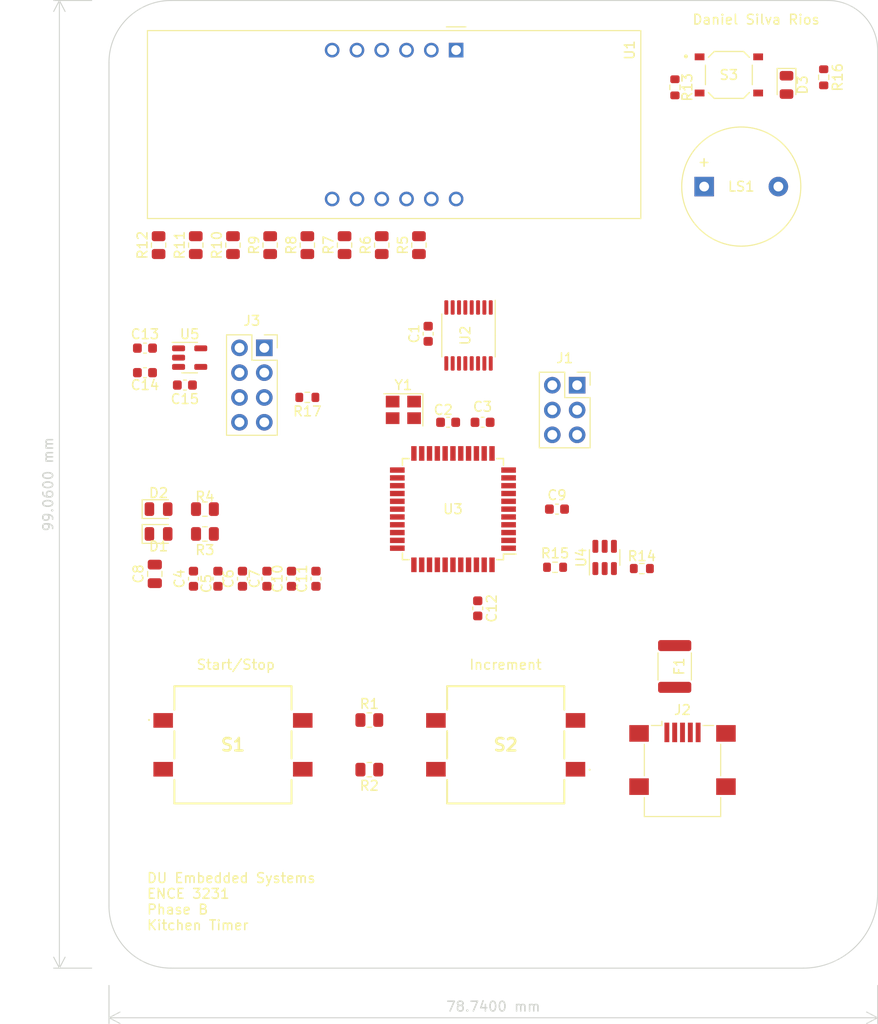
<source format=kicad_pcb>
(kicad_pcb (version 20221018) (generator pcbnew)
  (layers (0 "F.Cu" signal) (31 "B.Cu" signal) (34 "B.Paste" user) (35 "F.Paste" user) (36 "B.SilkS" user "B.Silkscreen") (37 "F.SilkS" user "F.Silkscreen") (38 "B.Mask" user) (39 "F.Mask" user) (44 "Edge.Cuts" user))
  (net 0 "")
  (net 1 "+5V")
  (net 2 "GND")
  (net 3 "XTAL1")
  (net 4 "XTAL2")
  (net 5 "/UCAP")
  (net 6 "/AREF")
  (net 7 "+3.3V")
  (net 8 "Net-(U5-BP)")
  (net 9 "Net-(D1-A)")
  (net 10 "Net-(D2-A)")
  (net 11 "Net-(D3-A)")
  (net 12 "Net-(J2-VBUS)")
  (net 13 "MISO")
  (net 14 "SCK")
  (net 15 "MOSI")
  (net 16 "RST")
  (net 17 "Net-(J2-D-)")
  (net 18 "Net-(J2-D+)")
  (net 21 "TX")
  (net 23 "Net-(J3-Pin_5)")
  (net 24 "RX")
  (net 25 "Buzzer")
  (net 26 "Button_1")
  (net 27 "Button_2")
  (net 28 "RED_LED")
  (net 29 "GREEN_LED")
  (net 30 "a")
  (net 31 "Net-(U1-a)")
  (net 32 "b")
  (net 33 "Net-(U1-b)")
  (net 34 "c")
  (net 35 "Net-(U1-c)")
  (net 36 "d")
  (net 37 "Net-(U1-d)")
  (net 38 "e")
  (net 39 "Net-(U1-e)")
  (net 40 "f")
  (net 41 "Net-(U1-f)")
  (net 42 "g")
  (net 43 "Net-(U1-g)")
  (net 44 "dp")
  (net 45 "Net-(U1-DPX)")
  (net 46 "USB_CONN_D+")
  (net 47 "USB_CONN_D-")
  (net 52 "Dig4")
  (net 53 "Dig3")
  (net 54 "Dig2")
  (net 55 "Dig1")
  (net 57 "SH_CP")
  (net 58 "ST_CP")
  (net 59 "DS")
  (net 60 "USB_D-")
  (net 61 "USB_D+")
  (footprint "Resistor_SMD:R_0805_2012Metric" (layer "F.Cu") (at 139.7 79.6525 90)
    (fp_text reference "R5" (at 0 -1.65 90) (layer "F.SilkS"))
    (fp_text value "100")
    (fp_line (start -0.227064 -0.735) (end 0.227064 -0.735) (stroke (width 0.12)) (layer "F.SilkS"))
    (fp_line (start -0.227064 0.735) (end 0.227064 0.735) (stroke (width 0.12)) (layer "F.SilkS"))
    (pad "1" smd roundrect (at -0.9125 0 90) (size 1.025 1.4) (layers "F.Cu" "F.Paste" "F.Mask") (roundrect_rratio 0.243902) (net 30 "a"))
    (pad "2" smd roundrect (at 0.9125 0 90) (size 1.025 1.4) (layers "F.Cu" "F.Paste" "F.Mask") (roundrect_rratio 0.243902) (net 31 "Net-(U1-a)"))
  )
  (footprint "Resistor_SMD:R_0603_1608Metric" (layer "F.Cu") (at 128.27 95.24 180)
    (fp_text reference "R17" (at 0 -1.43) (layer "F.SilkS"))
    (fp_text value "10k")
    (fp_line (start -0.237258 -0.5225) (end 0.237258 -0.5225) (stroke (width 0.12)) (layer "F.SilkS"))
    (fp_line (start -0.237258 0.5225) (end 0.237258 0.5225) (stroke (width 0.12)) (layer "F.SilkS"))
    (pad "1" smd roundrect (at -0.825 0 180) (size 0.8 0.95) (layers "F.Cu" "F.Paste" "F.Mask") (net 7 "+3.3V"))
    (pad "2" smd roundrect (at 0.825 0 180) (size 0.8 0.95) (layers "F.Cu" "F.Paste" "F.Mask") (net 23 "Net-(J3-Pin_5)"))
  )
  (footprint "Resistor_SMD:R_0805_2012Metric" (layer "F.Cu") (at 128.27 79.6525 90)
    (fp_text reference "R8" (at 0 -1.65 90) (layer "F.SilkS"))
    (fp_text value "100")
    (fp_line (start -0.227064 -0.735) (end 0.227064 -0.735) (stroke (width 0.12)) (layer "F.SilkS"))
    (fp_line (start -0.227064 0.735) (end 0.227064 0.735) (stroke (width 0.12)) (layer "F.SilkS"))
    (pad "1" smd roundrect (at -0.9125 0 90) (size 1.025 1.4) (layers "F.Cu" "F.Paste" "F.Mask") (roundrect_rratio 0.243902) (net 36 "d"))
    (pad "2" smd roundrect (at 0.9125 0 90) (size 1.025 1.4) (layers "F.Cu" "F.Paste" "F.Mask") (roundrect_rratio 0.243902) (net 37 "Net-(U1-d)"))
  )
  (footprint "Capacitor_SMD:C_0603_1608Metric" (layer "F.Cu") (at 111.635 90.2)
    (fp_text reference "C13" (at 0 -1.43) (layer "F.SilkS"))
    (fp_text value "1uF")
    (fp_line (start -0.14058 -0.51) (end 0.14058 -0.51) (stroke (width 0.12)) (layer "F.SilkS"))
    (fp_line (start -0.14058 0.51) (end 0.14058 0.51) (stroke (width 0.12)) (layer "F.SilkS"))
    (pad "1" smd roundrect (at -0.775 0) (size 0.9 0.95) (layers "F.Cu" "F.Paste" "F.Mask") (net 1 "+5V"))
    (pad "2" smd roundrect (at 0.775 0) (size 0.9 0.95) (layers "F.Cu" "F.Paste" "F.Mask") (net 2 "GND"))
  )
  (footprint "LED_SMD:LED_0805_2012Metric" (layer "F.Cu") (at 177.355 63.2525 -90)
    (fp_text reference "D3" (at 0 -1.65 90) (layer "F.SilkS"))
    (fp_text value "LED")
    (fp_line (start -1.685 -0.96) (end -1.685 0.96) (stroke (width 0.12)) (layer "F.SilkS"))
    (fp_line (start -1.685 0.96) (end 1 0.96) (stroke (width 0.12)) (layer "F.SilkS"))
    (fp_line (start 1 -0.96) (end -1.685 -0.96) (stroke (width 0.12)) (layer "F.SilkS"))
    (pad "1" smd roundrect (at -0.9375 0 270) (size 0.975 1.4) (layers "F.Cu" "F.Paste" "F.Mask") (net 2 "GND"))
    (pad "2" smd roundrect (at 0.9375 0 270) (size 0.975 1.4) (layers "F.Cu" "F.Paste" "F.Mask") (net 11 "Net-(D3-A)"))
  )
  (footprint "Connector_USB:USB_Mini-B_Lumberg_2486_01_Horizontal" (layer "F.Cu") (at 166.7 132.24)
    (fp_text reference "J2" (at 0 -5) (layer "F.SilkS"))
    (fp_text value "USB_B_Mini")
    (fp_line (start -3.91 1.74) (end -3.91 -1.49) (stroke (width 0.12)) (layer "F.SilkS"))
    (fp_line (start -3.91 5.91) (end -3.91 3.96) (stroke (width 0.12)) (layer "F.SilkS"))
    (fp_line (start -3.19 -3.41) (end -2.11 -3.41) (stroke (width 0.12)) (layer "F.SilkS"))
    (fp_line (start -2.11 -3.41) (end -2.11 -3.84) (stroke (width 0.12)) (layer "F.SilkS"))
    (fp_line (start 2.11 -3.41) (end 3.19 -3.41) (stroke (width 0.12)) (layer "F.SilkS"))
    (fp_line (start 3.91 1.74) (end 3.91 -1.49) (stroke (width 0.12)) (layer "F.SilkS"))
    (fp_line (start 3.91 5.91) (end -3.91 5.91) (stroke (width 0.12)) (layer "F.SilkS"))
    (fp_line (start 3.91 5.91) (end 3.91 3.96) (stroke (width 0.12)) (layer "F.SilkS"))
    (pad "" np_thru_hole circle (at -2.2 0) (size 1 1) (drill 1) (layers "*.Cu" "*.Mask"))
    (pad "" np_thru_hole circle (at 2.2 0) (size 1 1) (drill 1) (layers "*.Cu" "*.Mask"))
    (pad "1" smd rect (at -1.6 -2.7) (size 0.5 2) (layers "F.Cu" "F.Paste" "F.Mask") (net 12 "Net-(J2-VBUS)"))
    (pad "2" smd rect (at -0.8 -2.7) (size 0.5 2) (layers "F.Cu" "F.Paste" "F.Mask") (net 17 "Net-(J2-D-)"))
    (pad "3" smd rect (at 0 -2.7) (size 0.5 2) (layers "F.Cu" "F.Paste" "F.Mask") (net 18 "Net-(J2-D+)"))
    (pad "4" smd rect (at 0.8 -2.7) (size 0.5 2) (layers "F.Cu" "F.Paste" "F.Mask"))
    (pad "5" smd rect (at 1.6 -2.7) (size 0.5 2) (layers "F.Cu" "F.Paste" "F.Mask") (net 2 "GND"))
    (pad "6" smd rect (at -4.45 -2.6) (size 2 1.7) (layers "F.Cu" "F.Paste" "F.Mask"))
    (pad "6" smd rect (at -4.45 2.85) (size 2 1.7) (layers "F.Cu" "F.Paste" "F.Mask"))
    (pad "6" smd rect (at 4.45 -2.6) (size 2 1.7) (layers "F.Cu" "F.Paste" "F.Mask"))
    (pad "6" smd rect (at 4.45 2.85) (size 2 1.7) (layers "F.Cu" "F.Paste" "F.Mask"))
  )
  (footprint "Resistor_SMD:R_0805_2012Metric" (layer "F.Cu") (at 132.08 79.6525 90)
    (fp_text reference "R7" (at 0 -1.65 90) (layer "F.SilkS"))
    (fp_text value "100")
    (fp_line (start -0.227064 -0.735) (end 0.227064 -0.735) (stroke (width 0.12)) (layer "F.SilkS"))
    (fp_line (start -0.227064 0.735) (end 0.227064 0.735) (stroke (width 0.12)) (layer "F.SilkS"))
    (pad "1" smd roundrect (at -0.9125 0 90) (size 1.025 1.4) (layers "F.Cu" "F.Paste" "F.Mask") (roundrect_rratio 0.243902) (net 34 "c"))
    (pad "2" smd roundrect (at 0.9125 0 90) (size 1.025 1.4) (layers "F.Cu" "F.Paste" "F.Mask") (roundrect_rratio 0.243902) (net 35 "Net-(U1-c)"))
  )
  (footprint "Capacitor_SMD:C_0603_1608Metric" (layer "F.Cu") (at 119.1125 113.805 90)
    (fp_text reference "C5" (at -0.495 -1.18 90) (layer "F.SilkS"))
    (fp_text value "0.1uF")
    (fp_line (start -0.14058 -0.51) (end 0.14058 -0.51) (stroke (width 0.12)) (layer "F.SilkS"))
    (fp_line (start -0.14058 0.51) (end 0.14058 0.51) (stroke (width 0.12)) (layer "F.SilkS"))
    (pad "1" smd roundrect (at -0.775 0 90) (size 0.9 0.95) (layers "F.Cu" "F.Paste" "F.Mask") (net 1 "+5V"))
    (pad "2" smd roundrect (at 0.775 0 90) (size 0.9 0.95) (layers "F.Cu" "F.Paste" "F.Mask") (net 2 "GND"))
  )
  (footprint "LED_SMD:LED_0805_2012Metric" (layer "F.Cu") (at 113.03 106.68)
    (fp_text reference "D2" (at 0 -1.65) (layer "F.SilkS"))
    (fp_text value "LED")
    (fp_line (start -1.685 -0.96) (end -1.685 0.96) (stroke (width 0.12)) (layer "F.SilkS"))
    (fp_line (start -1.685 0.96) (end 1 0.96) (stroke (width 0.12)) (layer "F.SilkS"))
    (fp_line (start 1 -0.96) (end -1.685 -0.96) (stroke (width 0.12)) (layer "F.SilkS"))
    (pad "1" smd roundrect (at -0.9375 0) (size 0.975 1.4) (layers "F.Cu" "F.Paste" "F.Mask") (net 2 "GND"))
    (pad "2" smd roundrect (at 0.9375 0) (size 0.975 1.4) (layers "F.Cu" "F.Paste" "F.Mask") (net 10 "Net-(D2-A)"))
  )
  (footprint "Resistor_SMD:R_0805_2012Metric" (layer "F.Cu") (at 117.7775 109.22 180)
    (fp_text reference "R3" (at 0 -1.65) (layer "F.SilkS"))
    (fp_text value "330")
    (fp_line (start -0.227064 -0.735) (end 0.227064 -0.735) (stroke (width 0.12)) (layer "F.SilkS"))
    (fp_line (start -0.227064 0.735) (end 0.227064 0.735) (stroke (width 0.12)) (layer "F.SilkS"))
    (pad "1" smd roundrect (at -0.9125 0 180) (size 1.025 1.4) (layers "F.Cu" "F.Paste" "F.Mask") (roundrect_rratio 0.243902) (net 28 "RED_LED"))
    (pad "2" smd roundrect (at 0.9125 0 180) (size 1.025 1.4) (layers "F.Cu" "F.Paste" "F.Mask") (roundrect_rratio 0.243902) (net 9 "Net-(D1-A)"))
  )
  (footprint "Resistor_SMD:R_0805_2012Metric" (layer "F.Cu") (at 135.89 79.6525 90)
    (fp_text reference "R6" (at 0 -1.65 90) (layer "F.SilkS"))
    (fp_text value "100")
    (fp_line (start -0.227064 -0.735) (end 0.227064 -0.735) (stroke (width 0.12)) (layer "F.SilkS"))
    (fp_line (start -0.227064 0.735) (end 0.227064 0.735) (stroke (width 0.12)) (layer "F.SilkS"))
    (pad "1" smd roundrect (at -0.9125 0 90) (size 1.025 1.4) (layers "F.Cu" "F.Paste" "F.Mask") (roundrect_rratio 0.243902) (net 32 "b"))
    (pad "2" smd roundrect (at 0.9125 0 90) (size 1.025 1.4) (layers "F.Cu" "F.Paste" "F.Mask") (roundrect_rratio 0.243902) (net 33 "Net-(U1-b)"))
  )
  (footprint "Resistor_SMD:R_0603_1608Metric" (layer "F.Cu") (at 165.925 63.5 -90)
    (fp_text reference "R13" (at 0 -1.27 90) (layer "F.SilkS"))
    (fp_text value "10k")
    (fp_line (start -0.237258 -0.5225) (end 0.237258 -0.5225) (stroke (width 0.12)) (layer "F.SilkS"))
    (fp_line (start -0.237258 0.5225) (end 0.237258 0.5225) (stroke (width 0.12)) (layer "F.SilkS"))
    (pad "1" smd roundrect (at -0.825 0 270) (size 0.8 0.95) (layers "F.Cu" "F.Paste" "F.Mask") (net 1 "+5V"))
    (pad "2" smd roundrect (at 0.825 0 270) (size 0.8 0.95) (layers "F.Cu" "F.Paste" "F.Mask") (net 16 "RST"))
  )
  (footprint "Capacitor_SMD:C_0603_1608Metric" (layer "F.Cu") (at 142.69 97.79)
    (fp_text reference "C2" (at -0.495 -1.27) (layer "F.SilkS"))
    (fp_text value "22p")
    (fp_line (start -0.14058 -0.51) (end 0.14058 -0.51) (stroke (width 0.12)) (layer "F.SilkS"))
    (fp_line (start -0.14058 0.51) (end 0.14058 0.51) (stroke (width 0.12)) (layer "F.SilkS"))
    (pad "1" smd roundrect (at -0.775 0) (size 0.9 0.95) (layers "F.Cu" "F.Paste" "F.Mask") (net 2 "GND"))
    (pad "2" smd roundrect (at 0.775 0) (size 0.9 0.95) (layers "F.Cu" "F.Paste" "F.Mask") (net 3 "XTAL1"))
  )
  (footprint "Crystal:Crystal_SMD_Abracon_ABM8G-4Pin_3.2x2.5mm" (layer "F.Cu") (at 138.105 96.52 180)
    (fp_text reference "Y1" (at 0 2.54) (layer "F.SilkS"))
    (fp_text value "16MHz")
    (fp_line (start -2 -1.65) (end -2 1.65) (stroke (width 0.12)) (layer "F.SilkS"))
    (fp_line (start -2 1.65) (end 2 1.65) (stroke (width 0.12)) (layer "F.SilkS"))
    (pad "1" smd rect (at -1.1 0.85 180) (size 1.4 1.2) (layers "F.Cu" "F.Paste" "F.Mask") (net 3 "XTAL1"))
    (pad "2" smd rect (at 1.1 0.85 180) (size 1.4 1.2) (layers "F.Cu" "F.Paste" "F.Mask") (net 2 "GND"))
    (pad "3" smd rect (at 1.1 -0.85 180) (size 1.4 1.2) (layers "F.Cu" "F.Paste" "F.Mask") (net 4 "XTAL2"))
    (pad "4" smd rect (at -1.1 -0.85 180) (size 1.4 1.2) (layers "F.Cu" "F.Paste" "F.Mask") (net 2 "GND"))
  )
  (footprint "Capacitor_SMD:C_0603_1608Metric" (layer "F.Cu") (at 145.725 116.84 -90)
    (fp_text reference "C12" (at 0 -1.43 90) (layer "F.SilkS"))
    (fp_text value "0.1uF")
    (fp_line (start -0.14058 -0.51) (end 0.14058 -0.51) (stroke (width 0.12)) (layer "F.SilkS"))
    (fp_line (start -0.14058 0.51) (end 0.14058 0.51) (stroke (width 0.12)) (layer "F.SilkS"))
    (pad "1" smd roundrect (at -0.775 0 270) (size 0.9 0.95) (layers "F.Cu" "F.Paste" "F.Mask") (net 6 "/AREF"))
    (pad "2" smd roundrect (at 0.775 0 270) (size 0.9 0.95) (layers "F.Cu" "F.Paste" "F.Mask") (net 2 "GND"))
  )
  (footprint "Resistor_SMD:R_0805_2012Metric" (layer "F.Cu") (at 134.62 128.27)
    (fp_text reference "R1" (at 0 -1.65) (layer "F.SilkS"))
    (fp_text value "10k")
    (fp_line (start -0.227064 -0.735) (end 0.227064 -0.735) (stroke (width 0.12)) (layer "F.SilkS"))
    (fp_line (start -0.227064 0.735) (end 0.227064 0.735) (stroke (width 0.12)) (layer "F.SilkS"))
    (pad "1" smd roundrect (at -0.9125 0) (size 1.025 1.4) (layers "F.Cu" "F.Paste" "F.Mask") (roundrect_rratio 0.243902) (net 26 "Button_1"))
    (pad "2" smd roundrect (at 0.9125 0) (size 1.025 1.4) (layers "F.Cu" "F.Paste" "F.Mask") (roundrect_rratio 0.243902) (net 2 "GND"))
  )
  (footprint "Package_SO:TSSOP-16_4.4x5mm_P0.65mm" (layer "F.Cu") (at 144.78 88.9 -90)
    (fp_text reference "U2" (at 0 0.325 90) (layer "F.SilkS"))
    (fp_text value "74HC595")
    (fp_line (start 0 -2.735) (end -3.6 -2.735) (stroke (width 0.12)) (layer "F.SilkS"))
    (fp_line (start 0 -2.735) (end 2.2 -2.735) (stroke (width 0.12)) (layer "F.SilkS"))
    (fp_line (start 0 2.735) (end -2.2 2.735) (stroke (width 0.12)) (layer "F.SilkS"))
    (fp_line (start 0 2.735) (end 2.2 2.735) (stroke (width 0.12)) (layer "F.SilkS"))
    (pad "1" smd roundrect (at -2.8625 -2.275 270) (size 1.475 0.4) (layers "F.Cu" "F.Paste" "F.Mask") (net 32 "b"))
    (pad "2" smd roundrect (at -2.8625 -1.625 270) (size 1.475 0.4) (layers "F.Cu" "F.Paste" "F.Mask") (net 34 "c"))
    (pad "3" smd roundrect (at -2.8625 -0.975 270) (size 1.475 0.4) (layers "F.Cu" "F.Paste" "F.Mask") (net 36 "d"))
    (pad "4" smd roundrect (at -2.8625 -0.325 270) (size 1.475 0.4) (layers "F.Cu" "F.Paste" "F.Mask") (net 38 "e"))
    (pad "5" smd roundrect (at -2.8625 0.325 270) (size 1.475 0.4) (layers "F.Cu" "F.Paste" "F.Mask") (net 40 "f"))
    (pad "6" smd roundrect (at -2.8625 0.975 270) (size 1.475 0.4) (layers "F.Cu" "F.Paste" "F.Mask") (net 42 "g"))
    (pad "7" smd roundrect (at -2.8625 1.625 270) (size 1.475 0.4) (layers "F.Cu" "F.Paste" "F.Mask") (net 44 "dp"))
    (pad "8" smd roundrect (at -2.8625 2.275 270) (size 1.475 0.4) (layers "F.Cu" "F.Paste" "F.Mask") (net 2 "GND"))
    (pad "9" smd roundrect (at 2.8625 2.275 270) (size 1.475 0.4) (layers "F.Cu" "F.Paste" "F.Mask"))
    (pad "10" smd roundrect (at 2.8625 1.625 270) (size 1.475 0.4) (layers "F.Cu" "F.Paste" "F.Mask") (net 1 "+5V"))
    (pad "11" smd roundrect (at 2.8625 0.975 270) (size 1.475 0.4) (layers "F.Cu" "F.Paste" "F.Mask") (net 57 "SH_CP"))
    (pad "12" smd roundrect (at 2.8625 0.325 270) (size 1.475 0.4) (layers "F.Cu" "F.Paste" "F.Mask") (net 58 "ST_CP"))
    (pad "13" smd roundrect (at 2.8625 -0.325 270) (size 1.475 0.4) (layers "F.Cu" "F.Paste" "F.Mask") (net 2 "GND"))
    (pad "14" smd roundrect (at 2.8625 -0.975 270) (size 1.475 0.4) (layers "F.Cu" "F.Paste" "F.Mask") (net 59 "DS"))
    (pad "15" smd roundrect (at 2.8625 -1.625 270) (size 1.475 0.4) (layers "F.Cu" "F.Paste" "F.Mask") (net 30 "a"))
    (pad "16" smd roundrect (at 2.8625 -2.275 270) (size 1.475 0.4) (layers "F.Cu" "F.Paste" "F.Mask") (net 1 "+5V"))
  )
  (footprint "Capacitor_SMD:C_0603_1608Metric" (layer "F.Cu") (at 115.725 93.98 180)
    (fp_text reference "C15" (at 0 -1.43) (layer "F.SilkS"))
    (fp_text value "10nF")
    (fp_line (start -0.14058 -0.51) (end 0.14058 -0.51) (stroke (width 0.12)) (layer "F.SilkS"))
    (fp_line (start -0.14058 0.51) (end 0.14058 0.51) (stroke (width 0.12)) (layer "F.SilkS"))
    (pad "1" smd roundrect (at -0.775 0 180) (size 0.9 0.95) (layers "F.Cu" "F.Paste" "F.Mask") (net 8 "Net-(U5-BP)"))
    (pad "2" smd roundrect (at 0.775 0 180) (size 0.9 0.95) (layers "F.Cu" "F.Paste" "F.Mask") (net 2 "GND"))
  )
  (footprint "Capacitor_SMD:C_0603_1608Metric" (layer "F.Cu") (at 153.84 106.68)
    (fp_text reference "C9" (at 0 -1.43) (layer "F.SilkS"))
    (fp_text value "1uF")
    (fp_line (start -0.14058 -0.51) (end 0.14058 -0.51) (stroke (width 0.12)) (layer "F.SilkS"))
    (fp_line (start -0.14058 0.51) (end 0.14058 0.51) (stroke (width 0.12)) (layer "F.SilkS"))
    (pad "1" smd roundrect (at -0.775 0) (size 0.9 0.95) (layers "F.Cu" "F.Paste" "F.Mask") (net 5 "/UCAP"))
    (pad "2" smd roundrect (at 0.775 0) (size 0.9 0.95) (layers "F.Cu" "F.Paste" "F.Mask") (net 2 "GND"))
  )
  (footprint "LED_SMD:LED_0805_2012Metric" (layer "F.Cu") (at 113.03 109.22)
    (fp_text reference "D1" (at 0 1.27) (layer "F.SilkS"))
    (fp_text value "LED")
    (fp_line (start -1.685 -0.96) (end -1.685 0.96) (stroke (width 0.12)) (layer "F.SilkS"))
    (fp_line (start -1.685 0.96) (end 1 0.96) (stroke (width 0.12)) (layer "F.SilkS"))
    (fp_line (start 1 -0.96) (end -1.685 -0.96) (stroke (width 0.12)) (layer "F.SilkS"))
    (pad "1" smd roundrect (at -0.9375 0) (size 0.975 1.4) (layers "F.Cu" "F.Paste" "F.Mask") (net 2 "GND"))
    (pad "2" smd roundrect (at 0.9375 0) (size 0.975 1.4) (layers "F.Cu" "F.Paste" "F.Mask") (net 9 "Net-(D1-A)"))
  )
  (footprint "Resistor_SMD:R_0603_1608Metric" (layer "F.Cu") (at 181.165 62.475 -90)
    (fp_text reference "R16" (at 0 -1.43 90) (layer "F.SilkS"))
    (fp_text value "1k")
    (fp_line (start -0.237258 -0.5225) (end 0.237258 -0.5225) (stroke (width 0.12)) (layer "F.SilkS"))
    (fp_line (start -0.237258 0.5225) (end 0.237258 0.5225) (stroke (width 0.12)) (layer "F.SilkS"))
    (pad "1" smd roundrect (at -0.825 0 270) (size 0.8 0.95) (layers "F.Cu" "F.Paste" "F.Mask") (net 1 "+5V"))
    (pad "2" smd roundrect (at 0.825 0 270) (size 0.8 0.95) (layers "F.Cu" "F.Paste" "F.Mask") (net 11 "Net-(D3-A)"))
  )
  (footprint "Capacitor_SMD:C_0603_1608Metric" (layer "F.Cu") (at 124.1325 113.805 90)
    (fp_text reference "C7" (at 0 -1.27 90) (layer "F.SilkS"))
    (fp_text value "0.1uF")
    (fp_line (start -0.14058 -0.51) (end 0.14058 -0.51) (stroke (width 0.12)) (layer "F.SilkS"))
    (fp_line (start -0.14058 0.51) (end 0.14058 0.51) (stroke (width 0.12)) (layer "F.SilkS"))
    (pad "1" smd roundrect (at -0.775 0 90) (size 0.9 0.95) (layers "F.Cu" "F.Paste" "F.Mask") (net 1 "+5V"))
    (pad "2" smd roundrect (at 0.775 0 90) (size 0.9 0.95) (layers "F.Cu" "F.Paste" "F.Mask") (net 2 "GND"))
  )
  (footprint "Resistor_SMD:R_0603_1608Metric" (layer "F.Cu") (at 162.535 112.765 180)
    (fp_text reference "R14" (at 0 1.27) (layer "F.SilkS"))
    (fp_text value "22")
    (fp_line (start -0.237258 -0.5225) (end 0.237258 -0.5225) (stroke (width 0.12)) (layer "F.SilkS"))
    (fp_line (start -0.237258 0.5225) (end 0.237258 0.5225) (stroke (width 0.12)) (layer "F.SilkS"))
    (pad "1" smd roundrect (at -0.825 0 180) (size 0.8 0.95) (layers "F.Cu" "F.Paste" "F.Mask") (net 18 "Net-(J2-D+)"))
    (pad "2" smd roundrect (at 0.825 0 180) (size 0.8 0.95) (layers "F.Cu" "F.Paste" "F.Mask") (net 46 "USB_CONN_D+"))
  )
  (footprint "Package_QFP:TQFP-44_10x10mm_P0.8mm" (layer "F.Cu") (at 143.185 106.68 180)
    (fp_text reference "U3" (at 0 0) (layer "F.SilkS"))
    (fp_text value "ATmega32U4-A")
    (fp_line (start -5.175 -5.175) (end -5.175 -4.6) (stroke (width 0.15)) (layer "F.SilkS"))
    (fp_line (start -5.175 -5.175) (end -4.5 -5.175) (stroke (width 0.15)) (layer "F.SilkS"))
    (fp_line (start -5.175 -4.6) (end -6.45 -4.6) (stroke (width 0.15)) (layer "F.SilkS"))
    (fp_line (start -5.175 5.175) (end -5.175 4.5) (stroke (width 0.15)) (layer "F.SilkS"))
    (fp_line (start -5.175 5.175) (end -4.5 5.175) (stroke (width 0.15)) (layer "F.SilkS"))
    (fp_line (start 5.175 -5.175) (end 4.5 -5.175) (stroke (width 0.15)) (layer "F.SilkS"))
    (fp_line (start 5.175 -5.175) (end 5.175 -4.5) (stroke (width 0.15)) (layer "F.SilkS"))
    (fp_line (start 5.175 5.175) (end 4.5 5.175) (stroke (width 0.15)) (layer "F.SilkS"))
    (fp_line (start 5.175 5.175) (end 5.175 4.5) (stroke (width 0.15)) (layer "F.SilkS"))
    (pad "1" smd rect (at -5.7 -4 180) (size 1.5 0.55) (layers "F.Cu" "F.Paste" "F.Mask") (net 57 "SH_CP"))
    (pad "2" smd rect (at -5.7 -3.2 180) (size 1.5 0.55) (layers "F.Cu" "F.Paste" "F.Mask") (net 1 "+5V"))
    (pad "3" smd rect (at -5.7 -2.4 180) (size 1.5 0.55) (layers "F.Cu" "F.Paste" "F.Mask") (net 60 "USB_D-"))
    (pad "4" smd rect (at -5.7 -1.6 180) (size 1.5 0.55) (layers "F.Cu" "F.Paste" "F.Mask") (net 61 "USB_D+"))
    (pad "5" smd rect (at -5.7 -0.8 180) (size 1.5 0.55) (layers "F.Cu" "F.Paste" "F.Mask") (net 2 "GND"))
    (pad "6" smd rect (at -5.7 0 180) (size 1.5 0.55) (layers "F.Cu" "F.Paste" "F.Mask") (net 5 "/UCAP"))
    (pad "7" smd rect (at -5.7 0.8 180) (size 1.5 0.55) (layers "F.Cu" "F.Paste" "F.Mask") (net 1 "+5V"))
    (pad "8" smd rect (at -5.7 1.6 180) (size 1.5 0.55) (layers "F.Cu" "F.Paste" "F.Mask"))
    (pad "9" smd rect (at -5.7 2.4 180) (size 1.5 0.55) (layers "F.Cu" "F.Paste" "F.Mask") (net 14 "SCK"))
    (pad "10" smd rect (at -5.7 3.2 180) (size 1.5 0.55) (layers "F.Cu" "F.Paste" "F.Mask") (net 15 "MOSI"))
    (pad "11" smd rect (at -5.7 4 180) (size 1.5 0.55) (layers "F.Cu" "F.Paste" "F.Mask") (net 13 "MISO"))
    (pad "12" smd rect (at -4 5.7 270) (size 1.5 0.55) (layers "F.Cu" "F.Paste" "F.Mask") (net 53 "Dig3"))
    (pad "13" smd rect (at -3.2 5.7 270) (size 1.5 0.55) (layers "F.Cu" "F.Paste" "F.Mask") (net 16 "RST"))
    (pad "14" smd rect (at -2.4 5.7 270) (size 1.5 0.55) (layers "F.Cu" "F.Paste" "F.Mask") (net 1 "+5V"))
    (pad "15" smd rect (at -1.6 5.7 270) (size 1.5 0.55) (layers "F.Cu" "F.Paste" "F.Mask") (net 2 "GND"))
    (pad "16" smd rect (at -0.8 5.7 270) (size 1.5 0.55) (layers "F.Cu" "F.Paste" "F.Mask") (net 4 "XTAL2"))
    (pad "17" smd rect (at 0 5.7 270) (size 1.5 0.55) (layers "F.Cu" "F.Paste" "F.Mask") (net 3 "XTAL1"))
    (pad "18" smd rect (at 0.8 5.7 270) (size 1.5 0.55) (layers "F.Cu" "F.Paste" "F.Mask") (net 27 "Button_2"))
    (pad "19" smd rect (at 1.6 5.7 270) (size 1.5 0.55) (layers "F.Cu" "F.Paste" "F.Mask") (net 26 "Button_1"))
    (pad "20" smd rect (at 2.4 5.7 270) (size 1.5 0.55) (layers "F.Cu" "F.Paste" "F.Mask") (net 21 "TX"))
    (pad "21" smd rect (at 3.2 5.7 270) (size 1.5 0.55) (layers "F.Cu" "F.Paste" "F.Mask") (net 24 "RX"))
    (pad "22" smd rect (at 4 5.7 270) (size 1.5 0.55) (layers "F.Cu" "F.Paste" "F.Mask"))
    (pad "23" smd rect (at 5.7 4 180) (size 1.5 0.55) (layers "F.Cu" "F.Paste" "F.Mask") (net 2 "GND"))
    (pad "24" smd rect (at 5.7 3.2 180) (size 1.5 0.55) (layers "F.Cu" "F.Paste" "F.Mask") (net 1 "+5V"))
    (pad "25" smd rect (at 5.7 2.4 180) (size 1.5 0.55) (layers "F.Cu" "F.Paste" "F.Mask") (net 29 "GREEN_LED"))
    (pad "26" smd rect (at 5.7 1.6 180) (size 1.5 0.55) (layers "F.Cu" "F.Paste" "F.Mask") (net 54 "Dig2"))
    (pad "27" smd rect (at 5.7 0.8 180) (size 1.5 0.55) (layers "F.Cu" "F.Paste" "F.Mask") (net 25 "Buzzer"))
    (pad "28" smd rect (at 5.7 0 180) (size 1.5 0.55) (layers "F.Cu" "F.Paste" "F.Mask") (net 58 "ST_CP"))
    (pad "29" smd rect (at 5.7 -0.8 180) (size 1.5 0.55) (layers "F.Cu" "F.Paste" "F.Mask") (net 59 "DS"))
    (pad "30" smd rect (at 5.7 -1.6 180) (size 1.5 0.55) (layers "F.Cu" "F.Paste" "F.Mask") (net 52 "Dig4"))
    (pad "31" smd rect (at 5.7 -2.4 180) (size 1.5 0.55) (layers "F.Cu" "F.Paste" "F.Mask") (net 28 "RED_LED"))
    (pad "32" smd rect (at 5.7 -3.2 180) (size 1.5 0.55) (layers "F.Cu" "F.Paste" "F.Mask") (net 55 "Dig1"))
    (pad "33" smd rect (at 5.7 -4 180) (size 1.5 0.55) (layers "F.Cu" "F.Paste" "F.Mask") (net 2 "GND"))
    (pad "34" smd rect (at 4 -5.7 270) (size 1.5 0.55) (layers "F.Cu" "F.Paste" "F.Mask") (net 1 "+5V"))
    (pad "35" smd rect (at 3.2 -5.7 270) (size 1.5 0.55) (layers "F.Cu" "F.Paste" "F.Mask") (net 2 "GND"))
    (pad "36" smd rect (at 2.4 -5.7 270) (size 1.5 0.55) (layers "F.Cu" "F.Paste" "F.Mask"))
    (pad "37" smd rect (at 1.6 -5.7 270) (size 1.5 0.55) (layers "F.Cu" "F.Paste" "F.Mask"))
    (pad "38" smd rect (at 0.8 -5.7 270) (size 1.5 0.55) (layers "F.Cu" "F.Paste" "F.Mask"))
    (pad "39" smd rect (at 0 -5.7 270) (size 1.5 0.55) (layers "F.Cu" "F.Paste" "F.Mask"))
    (pad "40" smd rect (at -0.8 -5.7 270) (size 1.5 0.55) (layers "F.Cu" "F.Paste" "F.Mask"))
    (pad "41" smd rect (at -1.6 -5.7 270) (size 1.5 0.55) (layers "F.Cu" "F.Paste" "F.Mask"))
    (pad "42" smd rect (at -2.4 -5.7 270) (size 1.5 0.55) (layers "F.Cu" "F.Paste" "F.Mask") (net 6 "/AREF"))
    (pad "43" smd rect (at -3.2 -5.7 270) (size 1.5 0.55) (layers "F.Cu" "F.Paste" "F.Mask") (net 2 "GND"))
    (pad "44" smd rect (at -4 -5.7 270) (size 1.5 0.55) (layers "F.Cu" "F.Paste" "F.Mask") (net 1 "+5V"))
  )
  (footprint "Capacitor_SMD:C_0603_1608Metric" (layer "F.Cu") (at 111.635 92.71)
    (fp_text reference "C14" (at 0 1.27) (layer "F.SilkS"))
    (fp_text value "2.2uF")
    (fp_line (start -0.14058 -0.51) (end 0.14058 -0.51) (stroke (width 0.12)) (layer "F.SilkS"))
    (fp_line (start -0.14058 0.51) (end 0.14058 0.51) (stroke (width 0.12)) (layer "F.SilkS"))
    (pad "1" smd roundrect (at -0.775 0) (size 0.9 0.95) (layers "F.Cu" "F.Paste" "F.Mask") (net 7 "+3.3V"))
    (pad "2" smd roundrect (at 0.775 0) (size 0.9 0.95) (layers "F.Cu" "F.Paste" "F.Mask") (net 2 "GND"))
  )
  (footprint "Connector_PinSocket_2.54mm:PinSocket_2x03_P2.54mm_Vertical" (layer "F.Cu") (at 155.905 93.995)
    (fp_text reference "J1" (at -1.27 -2.77) (layer "F.SilkS"))
    (fp_text value "AVR-ISP-6")
    (fp_line (start -3.87 -1.33) (end -3.87 6.41) (stroke (width 0.12)) (layer "F.SilkS"))
    (fp_line (start -3.87 -1.33) (end -1.27 -1.33) (stroke (width 0.12)) (layer "F.SilkS"))
    (fp_line (start -3.87 6.41) (end 1.33 6.41) (stroke (width 0.12)) (layer "F.SilkS"))
    (fp_line (start -1.27 -1.33) (end -1.27 1.27) (stroke (width 0.12)) (layer "F.SilkS"))
    (fp_line (start -1.27 1.27) (end 1.33 1.27) (stroke (width 0.12)) (layer "F.SilkS"))
    (fp_line (start 0 -1.33) (end 1.33 -1.33) (stroke (width 0.12)) (layer "F.SilkS"))
    (fp_line (start 1.33 -1.33) (end 1.33 0) (stroke (width 0.12)) (layer "F.SilkS"))
    (fp_line (start 1.33 1.27) (end 1.33 6.41) (stroke (width 0.12)) (layer "F.SilkS"))
    (pad "1" thru_hole rect (at 0 0) (size 1.7 1.7) (drill 1) (layers "*.Cu" "*.Mask") (net 13 "MISO"))
    (pad "2" thru_hole oval (at -2.54 0) (size 1.7 1.7) (drill 1) (layers "*.Cu" "*.Mask") (net 1 "+5V"))
    (pad "3" thru_hole oval (at 0 2.54) (size 1.7 1.7) (drill 1) (layers "*.Cu" "*.Mask") (net 14 "SCK"))
    (pad "4" thru_hole oval (at -2.54 2.54) (size 1.7 1.7) (drill 1) (layers "*.Cu" "*.Mask") (net 15 "MOSI"))
    (pad "5" thru_hole oval (at 0 5.08) (size 1.7 1.7) (drill 1) (layers "*.Cu" "*.Mask") (net 16 "RST"))
    (pad "6" thru_hole oval (at -2.54 5.08) (size 1.7 1.7) (drill 1) (layers "*.Cu" "*.Mask") (net 2 "GND"))
  )
  (footprint "PTS526_SMD_Button:PTS526_SMD_Button" (layer "F.Cu") (at 171.45 62.23)
    (fp_text reference "S3" (at 0 0) (layer "F.SilkS"))
    (fp_text value "PTS526_SM08_SMTR2_LFS")
    (fp_line (start -2.4 -1) (end -2.4 1) (stroke (width 0.127)) (layer "F.SilkS"))
    (fp_line (start -2.1 1.8) (end -1.5 2.4) (stroke (width 0.127)) (layer "F.SilkS"))
    (fp_line (start -1.5 -2.4) (end -2.1 -1.8) (stroke (width 0.127)) (layer "F.SilkS"))
    (fp_line (start -1.5 2.4) (end 1.5 2.4) (stroke (width 0.127)) (layer "F.SilkS"))
    (fp_line (start 1.5 -2.4) (end -1.5 -2.4) (stroke (width 0.127)) (layer "F.SilkS"))
    (fp_line (start 1.5 -2.4) (end 2.1 -1.8) (stroke (width 0.127)) (layer "F.SilkS"))
    (fp_line (start 1.5 2.4) (end 2.1 1.8) (stroke (width 0.127)) (layer "F.SilkS"))
    (fp_line (start 2.4 -1) (end 2.4 1) (stroke (width 0.127)) (layer "F.SilkS"))
    (fp_circle (center -4.4 -1.9) (end -4.3 -1.9) (stroke (width 0.2)) (fill none) (layer "F.SilkS"))
    (pad "1" smd rect (at -3 -1.85) (size 1 0.7) (layers "F.Cu" "F.Paste" "F.Mask") (net 2 "GND"))
    (pad "2" smd rect (at 3 -1.85) (size 1 0.7) (layers "F.Cu" "F.Paste" "F.Mask"))
    (pad "3" smd rect (at -3 1.85) (size 1 0.7) (layers "F.Cu" "F.Paste" "F.Mask") (net 16 "RST"))
    (pad "4" smd rect (at 3 1.85) (size 1 0.7) (layers "F.Cu" "F.Paste" "F.Mask"))
  )
  (footprint "PTS125_SMD_Button:PTS125_SMD_Button" (layer "F.Cu") (at 120.65 130.81)
    (fp_text reference "S1" (at 0 0) (layer "F.SilkS") (effects (font (size 1.27 1.27) (thickness 0.254))))
    (fp_text value "PTS125SM43SMTR21M_LFS" hide)
    (fp_line (start -8.6 -2.6) (end -8.6 -2.6) (stroke (width 0.1)) (layer "F.SilkS"))
    (fp_line (start -8.6 -2.5) (end -8.6 -2.5) (stroke (width 0.1)) (layer "F.SilkS"))
    (fp_line (start -6 -6) (end 6 -6) (stroke (width 0.2)) (layer "F.SilkS"))
    (fp_line (start -6 -3.6) (end -6 -6) (stroke (width 0.2)) (layer "F.SilkS"))
    (fp_line (start -6 -3.6) (end -6 -3.6) (stroke (width 0.2)) (layer "F.SilkS"))
    (fp_line (start -6 -1.4) (end -6 1.4) (stroke (width 0.2)) (layer "F.SilkS"))
    (fp_line (start -6 3.6) (end -6 6) (stroke (width 0.2)) (layer "F.SilkS"))
    (fp_line (start -6 6) (end 6 6) (stroke (width 0.2)) (layer "F.SilkS"))
    (fp_line (start 6 -6) (end 6 -3.6) (stroke (width 0.2)) (layer "F.SilkS"))
    (fp_line (start 6 -1.4) (end 6 1.4) (stroke (width 0.2)) (layer "F.SilkS"))
    (fp_line (start 6 6) (end 6 3.6) (stroke (width 0.2)) (layer "F.SilkS"))
    (fp_arc (start -8.6 -2.6) (mid -8.55 -2.55) (end -8.6 -2.5) (stroke (width 0.1)) (layer "F.SilkS"))
    (fp_arc (start -8.6 -2.5) (mid -8.65 -2.55) (end -8.6 -2.6) (stroke (width 0.1)) (layer "F.SilkS"))
    (pad "A1" smd rect (at -7.15 -2.5 90) (size 1.5 2) (layers "F.Cu" "F.Paste" "F.Mask"))
    (pad "B1" smd rect (at 7.15 -2.5 90) (size 1.5 2) (layers "F.Cu" "F.Paste" "F.Mask") (net 26 "Button_1"))
    (pad "C1" smd rect (at -7.15 2.5 90) (size 1.5 2) (layers "F.Cu" "F.Paste" "F.Mask") (net 1 "+5V"))
    (pad "D1" smd rect (at 7.15 2.5 90) (size 1.5 2) (layers "F.Cu" "F.Paste" "F.Mask"))
  )
  (footprint "Capacitor_SMD:C_0603_1608Metric" (layer "F.Cu") (at 140.645 88.7275 90)
    (fp_text reference "C1" (at 0 -1.43 90) (layer "F.SilkS"))
    (fp_text value "0.1u")
    (fp_line (start -0.14058 -0.51) (end 0.14058 -0.51) (stroke (width 0.12)) (layer "F.SilkS"))
    (fp_line (start -0.14058 0.51) (end 0.14058 0.51) (stroke (width 0.12)) (layer "F.SilkS"))
    (pad "1" smd roundrect (at -0.775 0 90) (size 0.9 0.95) (layers "F.Cu" "F.Paste" "F.Mask") (net 1 "+5V"))
    (pad "2" smd roundrect (at 0.775 0 90) (size 0.9 0.95) (layers "F.Cu" "F.Paste" "F.Mask") (net 2 "GND"))
  )
  (footprint "Connector_PinSocket_2.54mm:PinSocket_2x04_P2.54mm_Vertical" (layer "F.Cu") (at 123.86 90.17)
    (fp_text reference "J3" (at -1.27 -2.77) (layer "F.SilkS"))
    (fp_text value "ESP_Conn")
    (fp_line (start -3.87 -1.33) (end -3.87 8.95) (stroke (width 0.12)) (layer "F.SilkS"))
    (fp_line (start -3.87 -1.33) (end -1.27 -1.33) (stroke (width 0.12)) (layer "F.SilkS"))
    (fp_line (start -3.87 8.95) (end 1.33 8.95) (stroke (width 0.12)) (layer "F.SilkS"))
    (fp_line (start -1.27 -1.33) (end -1.27 1.27) (stroke (width 0.12)) (layer "F.SilkS"))
    (fp_line (start -1.27 1.27) (end 1.33 1.27) (stroke (width 0.12)) (layer "F.SilkS"))
    (fp_line (start 0 -1.33) (end 1.33 -1.33) (stroke (width 0.12)) (layer "F.SilkS"))
    (fp_line (start 1.33 -1.33) (end 1.33 0) (stroke (width 0.12)) (layer "F.SilkS"))
    (fp_line (start 1.33 1.27) (end 1.33 8.95) (stroke (width 0.12)) (layer "F.SilkS"))
    (pad "1" thru_hole rect (at 0 0) (size 1.7 1.7) (drill 1) (layers "*.Cu" "*.Mask") (net 2 "GND"))
    (pad "2" thru_hole oval (at -2.54 0) (size 1.7 1.7) (drill 1) (layers "*.Cu" "*.Mask") (net 21 "TX"))
    (pad "3" thru_hole oval (at 0 2.54) (size 1.7 1.7) (drill 1) (layers "*.Cu" "*.Mask"))
    (pad "4" thru_hole oval (at -2.54 2.54) (size 1.7 1.7) (drill 1) (layers "*.Cu" "*.Mask") (net 7 "+3.3V"))
    (pad "5" thru_hole oval (at 0 5.08) (size 1.7 1.7) (drill 1) (layers "*.Cu" "*.Mask") (net 23 "Net-(J3-Pin_5)"))
    (pad "6" thru_hole oval (at -2.54 5.08) (size 1.7 1.7) (drill 1) (layers "*.Cu" "*.Mask") (net 7 "+3.3V"))
    (pad "7" thru_hole oval (at 0 7.62) (size 1.7 1.7) (drill 1) (layers "*.Cu" "*.Mask") (net 24 "RX"))
    (pad "8" thru_hole oval (at -2.54 7.62) (size 1.7 1.7) (drill 1) (layers "*.Cu" "*.Mask") (net 7 "+3.3V"))
  )
  (footprint "Capacitor_SMD:C_0603_1608Metric" (layer "F.Cu") (at 121.6225 113.805 90)
    (fp_text reference "C6" (at 0 -1.43 90) (layer "F.SilkS"))
    (fp_text value "0.1uF")
    (fp_line (start -0.14058 -0.51) (end 0.14058 -0.51) (stroke (width 0.12)) (layer "F.SilkS"))
    (fp_line (start -0.14058 0.51) (end 0.14058 0.51) (stroke (width 0.12)) (layer "F.SilkS"))
    (pad "1" smd roundrect (at -0.775 0 90) (size 0.9 0.95) (layers "F.Cu" "F.Paste" "F.Mask") (net 1 "+5V"))
    (pad "2" smd roundrect (at 0.775 0 90) (size 0.9 0.95) (layers "F.Cu" "F.Paste" "F.Mask") (net 2 "GND"))
  )
  (footprint "Resistor_SMD:R_0805_2012Metric" (layer "F.Cu") (at 113.03 79.6525 90)
    (fp_text reference "R12" (at 0 -1.65 90) (layer "F.SilkS"))
    (fp_text value "100")
    (fp_line (start -0.227064 -0.735) (end 0.227064 -0.735) (stroke (width 0.12)) (layer "F.SilkS"))
    (fp_line (start -0.227064 0.735) (end 0.227064 0.735) (stroke (width 0.12)) (layer "F.SilkS"))
    (pad "1" smd roundrect (at -0.9125 0 90) (size 1.025 1.4) (layers "F.Cu" "F.Paste" "F.Mask") (roundrect_rratio 0.243902) (net 44 "dp"))
    (pad "2" smd roundrect (at 0.9125 0 90) (size 1.025 1.4) (layers "F.Cu" "F.Paste" "F.Mask") (roundrect_rratio 0.243902) (net 45 "Net-(U1-DPX)"))
  )
  (footprint "Fuse:Fuse_1812_4532Metric" (layer "F.Cu") (at 165.9 122.7875 90)
    (fp_text reference "F1" (at 0 0.47 90) (layer "F.SilkS"))
    (fp_text value "PTCSMD")
    (fp_line (start -1.386252 -1.71) (end 1.386252 -1.71) (stroke (width 0.12)) (layer "F.SilkS"))
    (fp_line (start -1.386252 1.71) (end 1.386252 1.71) (stroke (width 0.12)) (layer "F.SilkS"))
    (pad "1" smd roundrect (at -2.1375 0 90) (size 1.125 3.4) (layers "F.Cu" "F.Paste" "F.Mask") (roundrect_rratio 0.222222) (net 12 "Net-(J2-VBUS)"))
    (pad "2" smd roundrect (at 2.1375 0 90) (size 1.125 3.4) (layers "F.Cu" "F.Paste" "F.Mask") (roundrect_rratio 0.222222) (net 1 "+5V"))
  )
  (footprint "Buzzer_Beeper:Buzzer_12x9.5RM7.6" (layer "F.Cu") (at 168.92 73.66)
    (fp_text reference "LS1" (at 3.8 0) (layer "F.SilkS"))
    (fp_text value "Speaker")
    (fp_text user "+" (at -0.01 -2.54) (layer "F.SilkS"))
    (fp_circle (center 3.8 0) (end 9.9 0) (stroke (width 0.12)) (fill none) (layer "F.SilkS"))
    (pad "1" thru_hole rect (at 0 0) (size 2 2) (drill 1) (layers "*.Cu" "*.Mask") (net 25 "Buzzer"))
    (pad "2" thru_hole circle (at 7.6 0) (size 2 2) (drill 1) (layers "*.Cu" "*.Mask") (net 2 "GND"))
  )
  (footprint "Resistor_SMD:R_0805_2012Metric" (layer "F.Cu") (at 116.84 79.6525 90)
    (fp_text reference "R11" (at 0 -1.65 90) (layer "F.SilkS"))
    (fp_text value "100")
    (fp_line (start -0.227064 -0.735) (end 0.227064 -0.735) (stroke (width 0.12)) (layer "F.SilkS"))
    (fp_line (start -0.227064 0.735) (end 0.227064 0.735) (stroke (width 0.12)) (layer "F.SilkS"))
    (pad "1" smd roundrect (at -0.9125 0 90) (size 1.025 1.4) (layers "F.Cu" "F.Paste" "F.Mask") (roundrect_rratio 0.243902) (net 42 "g"))
    (pad "2" smd roundrect (at 0.9125 0 90) (size 1.025 1.4) (layers "F.Cu" "F.Paste" "F.Mask") (roundrect_rratio 0.243902) (net 43 "Net-(U1-g)"))
  )
  (footprint "Resistor_SMD:R_0805_2012Metric" (layer "F.Cu") (at 134.62 133.35 180)
    (fp_text reference "R2" (at 0 -1.65) (layer "F.SilkS"))
    (fp_text value "10k")
    (fp_line (start -0.227064 -0.735) (end 0.227064 -0.735) (stroke (width 0.12)) (layer "F.SilkS"))
    (fp_line (start -0.227064 0.735) (end 0.227064 0.735) (stroke (width 0.12)) (layer "F.SilkS"))
    (pad "1" smd roundrect (at -0.9125 0 180) (size 1.025 1.4) (layers "F.Cu" "F.Paste" "F.Mask") (roundrect_rratio 0.243902) (net 27 "Button_2"))
    (pad "2" smd roundrect (at 0.9125 0 180) (size 1.025 1.4) (layers "F.Cu" "F.Paste" "F.Mask") (roundrect_rratio 0.243902) (net 2 "GND"))
  )
  (footprint "Capacitor_SMD:C_0805_2012Metric" (layer "F.Cu") (at 112.6425 113.31 90)
    (fp_text reference "C8" (at 0 -1.68 90) (layer "F.SilkS"))
    (fp_text value "10uF")
    (fp_line (start -0.261252 -0.735) (end 0.261252 -0.735) (stroke (width 0.12)) (layer "F.SilkS"))
    (fp_line (start -0.261252 0.735) (end 0.261252 0.735) (stroke (width 0.12)) (layer "F.SilkS"))
    (pad "1" smd roundrect (at -0.95 0 90) (size 1 1.45) (layers "F.Cu" "F.Paste" "F.Mask") (net 1 "+5V"))
    (pad "2" smd roundrect (at 0.95 0 90) (size 1 1.45) (layers "F.Cu" "F.Paste" "F.Mask") (net 2 "GND"))
  )
  (footprint "Display_7Segment:CA56-12EWA" (layer "F.Cu") (at 143.51 59.69 -90)
    (fp_text reference "U1" (at 0 -17.78 90) (layer "F.SilkS"))
    (fp_text value "CA56-12EWA")
    (fp_line (start -2.38 -1) (end -2.38 1) (stroke (width 0.12)) (layer "F.SilkS"))
    (fp_line (start -2 -18.92) (end -2 31.62) (stroke (width 0.12)) (layer "F.SilkS"))
    (fp_line (start -2 -18.92) (end 17.24 -18.92) (stroke (width 0.12)) (layer "F.SilkS"))
    (fp_line (start -2 31.62) (end 17.24 31.62) (stroke (width 0.12)) (layer "F.SilkS"))
    (fp_line (start 17.24 31.62) (end 17.24 -18.92) (stroke (width 0.12)) (layer "F.SilkS"))
    (pad "1" thru_hole rect (at 0 0 270) (size 1.5 1.5) (drill 1) (layers "*.Cu" "*.Mask") (net 39 "Net-(U1-e)"))
    (pad "2" thru_hole circle (at 0 2.54 270) (size 1.5 1.5) (drill 1) (layers "*.Cu" "*.Mask") (net 37 "Net-(U1-d)"))
    (pad "3" thru_hole circle (at 0 5.08 270) (size 1.5 1.5) (drill 1) (layers "*.Cu" "*.Mask") (net 45 "Net-(U1-DPX)"))
    (pad "4" thru_hole circle (at 0 7.62 270) (size 1.5 1.5) (drill 1) (layers "*.Cu" "*.Mask") (net 35 "Net-(U1-c)"))
    (pad "5" thru_hole circle (at 0 10.16 270) (size 1.5 1.5) (drill 1) (layers "*.Cu" "*.Mask") (net 43 "Net-(U1-g)"))
    (pad "6" thru_hole circle (at 0 12.7 270) (size 1.5 1.5) (drill 1) (layers "*.Cu" "*.Mask") (net 52 "Dig4"))
    (pad "7" thru_hole circle (at 15.24 12.7 270) (size 1.5 1.5) (drill 1) (layers "*.Cu" "*.Mask") (net 33 "Net-(U1-b)"))
    (pad "8" thru_hole circle (at 15.24 10.16 270) (size 1.5 1.5) (drill 1) (layers "*.Cu" "*.Mask") (net 53 "Dig3"))
    (pad "9" thru_hole circle (at 15.24 7.62 270) (size 1.5 1.5) (drill 1) (layers "*.Cu" "*.Mask") (net 54 "Dig2"))
    (pad "10" thru_hole circle (at 15.24 5.08 270) (size 1.5 1.5) (drill 1) (layers "*.Cu" "*.Mask") (net 41 "Net-(U1-f)"))
    (pad "11" thru_hole circle (at 15.24 2.54 270) (size 1.5 1.5) (drill 1) (layers "*.Cu" "*.Mask") (net 31 "Net-(U1-a)"))
    (pad "12" thru_hole circle (at 15.24 0 270) (size 1.5 1.5) (drill 1) (layers "*.Cu" "*.Mask") (net 55 "Dig1"))
  )
  (footprint "Package_TO_SOT_SMD:SOT-23-6" (layer "F.Cu") (at 158.725 111.6275 90)
    (fp_text reference "U4" (at 0 -2.4 90) (layer "F.SilkS"))
    (fp_text value "USBLC6-2SC6")
    (fp_line (start 0 -1.56) (end -1.8 -1.56) (stroke (width 0.12)) (layer "F.SilkS"))
    (fp_line (start 0 -1.56) (end 0.8 -1.56) (stroke (width 0.12)) (layer "F.SilkS"))
    (fp_line (start 0 1.56) (end -0.8 1.56) (stroke (width 0.12)) (layer "F.SilkS"))
    (fp_line (start 0 1.56) (end 0.8 1.56) (stroke (width 0.12)) (layer "F.SilkS"))
    (pad "1" smd roundrect (at -1.1375 -0.95 90) (size 1.325 0.6) (layers "F.Cu" "F.Paste" "F.Mask") (net 47 "USB_CONN_D-"))
    (pad "2" smd roundrect (at -1.1375 0 90) (size 1.325 0.6) (layers "F.Cu" "F.Paste" "F.Mask") (net 2 "GND"))
    (pad "3" smd roundrect (at -1.1375 0.95 90) (size 1.325 0.6) (layers "F.Cu" "F.Paste" "F.Mask") (net 46 "USB_CONN_D+"))
    (pad "4" smd roundrect (at 1.1375 0.95 90) (size 1.325 0.6) (layers "F.Cu" "F.Paste" "F.Mask") (net 61 "USB_D+"))
    (pad "5" smd roundrect (at 1.1375 0 90) (size 1.325 0.6) (layers "F.Cu" "F.Paste" "F.Mask") (net 1 "+5V"))
    (pad "6" smd roundrect (at 1.1375 -0.95 90) (size 1.325 0.6) (layers "F.Cu" "F.Paste" "F.Mask") (net 60 "USB_D-"))
  )
  (footprint "Capacitor_SMD:C_0603_1608Metric" (layer "F.Cu") (at 146.22 97.79)
    (fp_text reference "C3" (at 0 -1.59) (layer "F.SilkS"))
    (fp_text value "22p")
    (fp_line (start -0.14058 -0.51) (end 0.14058 -0.51) (stroke (width 0.12)) (layer "F.SilkS"))
    (fp_line (start -0.14058 0.51) (end 0.14058 0.51) (stroke (width 0.12)) (layer "F.SilkS"))
    (pad "1" smd roundrect (at -0.775 0) (size 0.9 0.95) (layers "F.Cu" "F.Paste" "F.Mask") (net 4 "XTAL2"))
    (pad "2" smd roundrect (at 0.775 0) (size 0.9 0.95) (layers "F.Cu" "F.Paste" "F.Mask") (net 2 "GND"))
  )
  (footprint "Capacitor_SMD:C_0603_1608Metric" (layer "F.Cu") (at 116.6025 113.805 90)
    (fp_text reference "C4" (at 0 -1.43 90) (layer "F.SilkS"))
    (fp_text value "0.1uF")
    (fp_line (start -0.14058 -0.51) (end 0.14058 -0.51) (stroke (width 0.12)) (layer "F.SilkS"))
    (fp_line (start -0.14058 0.51) (end 0.14058 0.51) (stroke (width 0.12)) (layer "F.SilkS"))
    (pad "1" smd roundrect (at -0.775 0 90) (size 0.9 0.95) (layers "F.Cu" "F.Paste" "F.Mask") (net 1 "+5V"))
    (pad "2" smd roundrect (at 0.775 0 90) (size 0.9 0.95) (layers "F.Cu" "F.Paste" "F.Mask") (net 2 "GND"))
  )
  (footprint "Package_TO_SOT_SMD:SOT-23-5" (layer "F.Cu") (at 116.215 91.17)
    (fp_text reference "U5" (at 0 -2.4) (layer "F.SilkS"))
    (fp_text value "LP2985-3.3")
    (fp_line (start 0 -1.56) (end -1.8 -1.56) (stroke (width 0.12)) (layer "F.SilkS"))
    (fp_line (start 0 -1.56) (end 0.8 -1.56) (stroke (width 0.12)) (layer "F.SilkS"))
    (fp_line (start 0 1.56) (end -0.8 1.56) (stroke (width 0.12)) (layer "F.SilkS"))
    (fp_line (start 0 1.56) (end 0.8 1.56) (stroke (width 0.12)) (layer "F.SilkS"))
    (pad "1" smd roundrect (at -1.1375 -0.95) (size 1.325 0.6) (layers "F.Cu" "F.Paste" "F.Mask") (net 1 "+5V"))
    (pad "2" smd roundrect (at -1.1375 0) (size 1.325 0.6) (layers "F.Cu" "F.Paste" "F.Mask") (net 2 "GND"))
    (pad "3" smd roundrect (at -1.1375 0.95) (size 1.325 0.6) (layers "F.Cu" "F.Paste" "F.Mask") (net 1 "+5V"))
    (pad "4" smd roundrect (at 1.1375 0.95) (size 1.325 0.6) (layers "F.Cu" "F.Paste" "F.Mask") (net 8 "Net-(U5-BP)"))
    (pad "5" smd roundrect (at 1.1375 -0.95) (size 1.325 0.6) (layers "F.Cu" "F.Paste" "F.Mask") (net 7 "+3.3V"))
  )
  (footprint "Resistor_SMD:R_0805_2012Metric" (layer "F.Cu") (at 120.65 79.6525 90)
    (fp_text reference "R10" (at 0 -1.65 90) (layer "F.SilkS"))
    (fp_text value "100")
    (fp_line (start -0.227064 -0.735) (end 0.227064 -0.735) (stroke (width 0.12)) (layer "F.SilkS"))
    (fp_line (start -0.227064 0.735) (end 0.227064 0.735) (stroke (width 0.12)) (layer "F.SilkS"))
    (pad "1" smd roundrect (at -0.9125 0 90) (size 1.025 1.4) (layers "F.Cu" "F.Paste" "F.Mask") (roundrect_rratio 0.243902) (net 40 "f"))
    (pad "2" smd roundrect (at 0.9125 0 90) (size 1.025 1.4) (layers "F.Cu" "F.Paste" "F.Mask") (roundrect_rratio 0.243902) (net 41 "Net-(U1-f)"))
  )
  (footprint "Capacitor_SMD:C_0603_1608Metric" (layer "F.Cu") (at 126.6425 113.805 90)
    (fp_text reference "C10" (at 0 -1.43 90) (layer "F.SilkS"))
    (fp_text value "0.1uF")
    (fp_line (start -0.14058 -0.51) (end 0.14058 -0.51) (stroke (width 0.12)) (layer "F.SilkS"))
    (fp_line (start -0.14058 0.51) (end 0.14058 0.51) (stroke (width 0.12)) (layer "F.SilkS"))
    (pad "1" smd roundrect (at -0.775 0 90) (size 0.9 0.95) (layers "F.Cu" "F.Paste" "F.Mask") (net 1 "+5V"))
    (pad "2" smd roundrect (at 0.775 0 90) (size 0.9 0.95) (layers "F.Cu" "F.Paste" "F.Mask") (net 2 "GND"))
  )
  (footprint "Resistor_SMD:R_0805_2012Metric" (layer "F.Cu") (at 124.46 79.6525 90)
    (fp_text reference "R9" (at 0 -1.65 90) (layer "F.SilkS"))
    (fp_text value "100")
    (fp_line (start -0.227064 -0.735) (end 0.227064 -0.735) (stroke (width 0.12)) (layer "F.SilkS"))
    (fp_line (start -0.227064 0.735) (end 0.227064 0.735) (stroke (width 0.12)) (layer "F.SilkS"))
    (pad "1" smd roundrect (at -0.9125 0 90) (size 1.025 1.4) (layers "F.Cu" "F.Paste" "F.Mask") (roundrect_rratio 0.243902) (net 38 "e"))
    (pad "2" smd roundrect (at 0.9125 0 90) (size 1.025 1.4) (layers "F.Cu" "F.Paste" "F.Mask") (roundrect_rratio 0.243902) (net 39 "Net-(U1-e)"))
  )
  (footprint "Resistor_SMD:R_0603_1608Metric" (layer "F.Cu") (at 153.645 112.6325)
    (fp_text reference "R15" (at 0 -1.43) (layer "F.SilkS"))
    (fp_text value "22")
    (fp_line (start -0.237258 -0.5225) (end 0.237258 -0.5225) (stroke (width 0.12)) (layer "F.SilkS"))
    (fp_line (start -0.237258 0.5225) (end 0.237258 0.5225) (stroke (width 0.12)) (layer "F.SilkS"))
    (pad "1" smd roundrect (at -0.825 0) (size 0.8 0.95) (layers "F.Cu" "F.Paste" "F.Mask") (net 17 "Net-(J2-D-)"))
    (pad "2" smd roundrect (at 0.825 0) (size 0.8 0.95) (layers "F.Cu" "F.Paste" "F.Mask") (net 47 "USB_CONN_D-"))
  )
  (footprint "Capacitor_SMD:C_0603_1608Metric" (layer "F.Cu") (at 129.1525 113.805 90)
    (fp_text reference "C11" (at 0 -1.43 90) (layer "F.SilkS"))
    (fp_text value "0.1uF")
    (fp_line (start -0.14058 -0.51) (end 0.14058 -0.51) (stroke (width 0.12)) (layer "F.SilkS"))
    (fp_line (start -0.14058 0.51) (end 0.14058 0.51) (stroke (width 0.12)) (layer "F.SilkS"))
    (pad "1" smd roundrect (at -0.775 0 90) (size 0.9 0.95) (layers "F.Cu" "F.Paste" "F.Mask") (net 1 "+5V"))
    (pad "2" smd roundrect (at 0.775 0 90) (size 0.9 0.95) (layers "F.Cu" "F.Paste" "F.Mask") (net 2 "GND"))
  )
  (footprint "Resistor_SMD:R_0805_2012Metric" (layer "F.Cu") (at 117.7775 106.68 180)
    (fp_text reference "R4" (at 0 1.27) (layer "F.SilkS"))
    (fp_text value "330")
    (fp_line (start -0.227064 -0.735) (end 0.227064 -0.735) (stroke (width 0.12)) (layer "F.SilkS"))
    (fp_line (start -0.227064 0.735) (end 0.227064 0.735) (stroke (width 0.12)) (layer "F.SilkS"))
    (pad "1" smd roundrect (at -0.9125 0 180) (size 1.025 1.4) (layers "F.Cu" "F.Paste" "F.Mask") (roundrect_rratio 0.243902) (net 29 "GREEN_LED"))
    (pad "2" smd roundrect (at 0.9125 0 180) (size 1.025 1.4) (layers "F.Cu" "F.Paste" "F.Mask") (roundrect_rratio 0.243902) (net 10 "Net-(D2-A)"))
  )
  (footprint "PTS125_SMD_Button:PTS125_SMD_Button" (layer "F.Cu") (at 148.59 130.81 180)
    (fp_text reference "S2" (at 0 0) (layer "F.SilkS") (effects (font (size 1.27 1.27) (thickness 0.254))))
    (fp_text value "PTS125SM43SMTR21M_LFS" hide)
    (fp_line (start -8.6 -2.6) (end -8.6 -2.6) (stroke (width 0.1)) (layer "F.SilkS"))
    (fp_line (start -8.6 -2.5) (end -8.6 -2.5) (stroke (width 0.1)) (layer "F.SilkS"))
    (fp_line (start -6 -6) (end 6 -6) (stroke (width 0.2)) (layer "F.SilkS"))
    (fp_line (start -6 -3.6) (end -6 -6) (stroke (width 0.2)) (layer "F.SilkS"))
    (fp_line (start -6 -3.6) (end -6 -3.6) (stroke (width 0.2)) (layer "F.SilkS"))
    (fp_line (start -6 -1.4) (end -6 1.4) (stroke (width 0.2)) (layer "F.SilkS"))
    (fp_line (start -6 3.6) (end -6 6) (stroke (width 0.2)) (layer "F.SilkS"))
    (fp_line (start -6 6) (end 6 6) (stroke (width 0.2)) (layer "F.SilkS"))
    (fp_line (start 6 -6) (end 6 -3.6) (stroke (width 0.2)) (layer "F.SilkS"))
    (fp_line (start 6 -1.4) (end 6 1.4) (stroke (width 0.2)) (layer "F.SilkS"))
    (fp_line (start 6 6) (end 6 3.6) (stroke (width 0.2)) (layer "F.SilkS"))
    (fp_arc (start -8.6 -2.6) (mid -8.55 -2.55) (end -8.6 -2.5) (stroke (width 0.1)) (layer "F.SilkS"))
    (fp_arc (start -8.6 -2.5) (mid -8.65 -2.55) (end -8.6 -2.6) (stroke (width 0.1)) (layer "F.SilkS"))
    (pad "A1" smd rect (at -7.15 -2.5 270) (size 1.5 2) (layers "F.Cu" "F.Paste" "F.Mask"))
    (pad "B1" smd rect (at 7.15 -2.5 270) (size 1.5 2) (layers "F.Cu" "F.Paste" "F.Mask") (net 27 "Button_2"))
    (pad "C1" smd rect (at -7.15 2.5 270) (size 1.5 2) (layers "F.Cu" "F.Paste" "F.Mask") (net 1 "+5V"))
    (pad "D1" smd rect (at 7.15 2.5 270) (size 1.5 2) (layers "F.Cu" "F.Paste" "F.Mask"))
  )
  (gr_arc (start 114.3 153.67) (mid 109.809872 151.810128) (end 107.95 147.32) (stroke (width 0.1)) (layer "Edge.Cuts"))
  (gr_arc (start 110.49 55.88) (mid 112.291954 54.935861) (end 114.3 54.61) (stroke (width 0.1)) (layer "Edge.Cuts"))
  (gr_line (start 114.3 54.61) (end 181.61 54.61) (stroke (width 0.1)) (layer "Edge.Cuts"))
  (gr_line (start 186.69 146.05) (end 186.69 59.69) (stroke (width 0.1)) (layer "Edge.Cuts"))
  (gr_arc (start 181.61 54.61) (mid 185.202102 56.097898) (end 186.69 59.69) (stroke (width 0.1)) (layer "Edge.Cuts"))
  (gr_arc (start 186.69 146.05) (mid 184.458154 151.438154) (end 179.07 153.67) (stroke (width 0.1)) (layer "Edge.Cuts"))
  (gr_arc (start 107.95 60.96) (mid 108.620387 58.120194) (end 110.49 55.88) (stroke (width 0.1)) (layer "Edge.Cuts"))
  (gr_line (start 107.95 60.96) (end 107.95 147.32) (stroke (width 0.1)) (layer "Edge.Cuts"))
  (gr_line (start 114.3 153.67) (end 179.07 153.67) (stroke (width 0.1)) (layer "Edge.Cuts"))
  (gr_text "DU Embedded Systems\nENCE 3231\nPhase B \nKitchen Timer " (at 111.76 149.86) (layer "F.SilkS") (effects (font (size 1 1)) (justify left bottom)))
  (gr_text "Increment " (at 144.78 123.19) (layer "F.SilkS") (effects (font (size 1 1)) (justify left bottom)))
  (gr_text "Start/Stop" (at 116.84 123.19) (layer "F.SilkS") (effects (font (size 1 1)) (justify left bottom)))
  (gr_text "Daniel Silva Rios " (at 167.64 57.15) (layer "F.SilkS") (effects (font (size 1 1)) (justify left bottom)))
  (dimension (type aligned) (layer "Edge.Cuts") (pts (xy 107.95 154.94) (xy 186.69 154.94)) (height 3.809999) (gr_text "78.7400 mm" (at 147.32 157.599999) (layer "Edge.Cuts") (effects (font (size 1 1) (thickness 0.15)))) (format (prefix "") (suffix "") (units 3) (units_format 1) (precision 4)) (style (thickness 0.1) (arrow_length 1.27) (text_position_mode 0) (extension_height 0.58642) (extension_offset 0.5) keep_text_aligned))
  (dimension (type aligned) (layer "Edge.Cuts") (pts (xy 106.68 153.67) (xy 106.68 54.61)) (height -3.81) (gr_text "99.0600 mm" (at 101.72 104.14 90) (layer "Edge.Cuts") (effects (font (size 1 1) (thickness 0.15)))) (format (prefix "") (suffix "") (units 3) (units_format 1) (precision 4)) (style (thickness 0.1) (arrow_length 1.27) (text_position_mode 0) (extension_height 0.58642) (extension_offset 0.5) keep_text_aligned))
)
</source>
